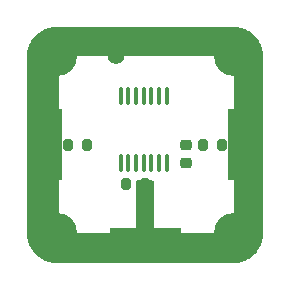
<source format=gbr>
%TF.GenerationSoftware,KiCad,Pcbnew,6.0.9+dfsg-1~bpo11+1*%
%TF.CreationDate,2022-11-28T09:51:56+01:00*%
%TF.ProjectId,017-johnson-counter,3031372d-6a6f-4686-9e73-6f6e2d636f75,1*%
%TF.SameCoordinates,Original*%
%TF.FileFunction,Soldermask,Top*%
%TF.FilePolarity,Negative*%
%FSLAX46Y46*%
G04 Gerber Fmt 4.6, Leading zero omitted, Abs format (unit mm)*
G04 Created by KiCad (PCBNEW 6.0.9+dfsg-1~bpo11+1) date 2022-11-28 09:51:56*
%MOMM*%
%LPD*%
G01*
G04 APERTURE LIST*
G04 Aperture macros list*
%AMRoundRect*
0 Rectangle with rounded corners*
0 $1 Rounding radius*
0 $2 $3 $4 $5 $6 $7 $8 $9 X,Y pos of 4 corners*
0 Add a 4 corners polygon primitive as box body*
4,1,4,$2,$3,$4,$5,$6,$7,$8,$9,$2,$3,0*
0 Add four circle primitives for the rounded corners*
1,1,$1+$1,$2,$3*
1,1,$1+$1,$4,$5*
1,1,$1+$1,$6,$7*
1,1,$1+$1,$8,$9*
0 Add four rect primitives between the rounded corners*
20,1,$1+$1,$2,$3,$4,$5,0*
20,1,$1+$1,$4,$5,$6,$7,0*
20,1,$1+$1,$6,$7,$8,$9,0*
20,1,$1+$1,$8,$9,$2,$3,0*%
G04 Aperture macros list end*
%ADD10C,1.400000*%
%ADD11RoundRect,0.200000X-0.200000X-0.275000X0.200000X-0.275000X0.200000X0.275000X-0.200000X0.275000X0*%
%ADD12RoundRect,0.225000X0.250000X-0.225000X0.250000X0.225000X-0.250000X0.225000X-0.250000X-0.225000X0*%
%ADD13RoundRect,0.100000X-0.100000X0.637500X-0.100000X-0.637500X0.100000X-0.637500X0.100000X0.637500X0*%
%ADD14C,3.400000*%
G04 APERTURE END LIST*
%TO.C,J3*%
G36*
X170000000Y-88000000D02*
G01*
X167000000Y-88000000D01*
X167000000Y-82000000D01*
X170000000Y-82000000D01*
X170000000Y-88000000D01*
G37*
%TO.C,J2*%
G36*
X153000000Y-88000000D02*
G01*
X150000000Y-88000000D01*
X150000000Y-82000000D01*
X153000000Y-82000000D01*
X153000000Y-88000000D01*
G37*
%TO.C,J1*%
G36*
X163000000Y-95000000D02*
G01*
X157000000Y-95000000D01*
X157000000Y-92000000D01*
X163000000Y-92000000D01*
X163000000Y-95000000D01*
G37*
%TD*%
D10*
%TO.C,J4*%
X157500000Y-77500000D03*
%TD*%
D11*
%TO.C,R3*%
X158356800Y-88341200D03*
X160006800Y-88341200D03*
%TD*%
%TO.C,R2*%
X164884600Y-84988400D03*
X166534600Y-84988400D03*
%TD*%
%TO.C,R1*%
X153454600Y-84988400D03*
X155104600Y-84988400D03*
%TD*%
D12*
%TO.C,C1*%
X163423600Y-86525400D03*
X163423600Y-84975400D03*
%TD*%
D13*
%TO.C,U1*%
X161817600Y-80830500D03*
X161167600Y-80830500D03*
X160517600Y-80830500D03*
X159867600Y-80830500D03*
X159217600Y-80830500D03*
X158567600Y-80830500D03*
X157917600Y-80830500D03*
X157917600Y-86555500D03*
X158567600Y-86555500D03*
X159217600Y-86555500D03*
X159867600Y-86555500D03*
X160517600Y-86555500D03*
X161167600Y-86555500D03*
X161817600Y-86555500D03*
%TD*%
D14*
%TO.C,H1*%
X152500000Y-77500000D03*
%TD*%
%TO.C,H2*%
X152500000Y-92500000D03*
%TD*%
%TO.C,H4*%
X167500000Y-77500000D03*
%TD*%
%TO.C,H3*%
X167500000Y-92500000D03*
%TD*%
G36*
X167504119Y-75000270D02*
G01*
X167818073Y-75020848D01*
X167834413Y-75022999D01*
X168138950Y-75083574D01*
X168154871Y-75087840D01*
X168448888Y-75187646D01*
X168464114Y-75193953D01*
X168742592Y-75331283D01*
X168756866Y-75339524D01*
X169015034Y-75512027D01*
X169028109Y-75522060D01*
X169261557Y-75726788D01*
X169273212Y-75738443D01*
X169477940Y-75971891D01*
X169487973Y-75984966D01*
X169660476Y-76243134D01*
X169668717Y-76257408D01*
X169806047Y-76535886D01*
X169812354Y-76551112D01*
X169912160Y-76845129D01*
X169916426Y-76861050D01*
X169977001Y-77165587D01*
X169979152Y-77181927D01*
X169999730Y-77495881D01*
X170000000Y-77504122D01*
X170000000Y-77628000D01*
X169979998Y-77696121D01*
X169926342Y-77742614D01*
X169874000Y-77754000D01*
X167626000Y-77754000D01*
X167557879Y-77733998D01*
X167511386Y-77680342D01*
X167500000Y-77628000D01*
X167500000Y-77518115D01*
X167495525Y-77502876D01*
X167494135Y-77501671D01*
X167486452Y-77500000D01*
X152691115Y-77500000D01*
X152675876Y-77504475D01*
X152674671Y-77505865D01*
X152673000Y-77513548D01*
X152673000Y-77628000D01*
X152652998Y-77696121D01*
X152599342Y-77742614D01*
X152547000Y-77754000D01*
X150126000Y-77754000D01*
X150057879Y-77733998D01*
X150011386Y-77680342D01*
X150000000Y-77628000D01*
X150000000Y-77504122D01*
X150000270Y-77495881D01*
X150020848Y-77181927D01*
X150022999Y-77165587D01*
X150083574Y-76861050D01*
X150087840Y-76845129D01*
X150187646Y-76551112D01*
X150193953Y-76535886D01*
X150331283Y-76257408D01*
X150339524Y-76243134D01*
X150512027Y-75984966D01*
X150522060Y-75971891D01*
X150726788Y-75738443D01*
X150738443Y-75726788D01*
X150971891Y-75522060D01*
X150984966Y-75512027D01*
X151243134Y-75339524D01*
X151257408Y-75331283D01*
X151535886Y-75193953D01*
X151551112Y-75187646D01*
X151845129Y-75087840D01*
X151861050Y-75083574D01*
X152165587Y-75022999D01*
X152181927Y-75020848D01*
X152495881Y-75000270D01*
X152504122Y-75000000D01*
X167495878Y-75000000D01*
X167504119Y-75000270D01*
G37*
G36*
X167504119Y-75000270D02*
G01*
X167818073Y-75020848D01*
X167834413Y-75022999D01*
X168138950Y-75083574D01*
X168154871Y-75087840D01*
X168448888Y-75187646D01*
X168464114Y-75193953D01*
X168742592Y-75331283D01*
X168756866Y-75339524D01*
X169015034Y-75512027D01*
X169028109Y-75522060D01*
X169261557Y-75726788D01*
X169273212Y-75738443D01*
X169477940Y-75971891D01*
X169487973Y-75984966D01*
X169660476Y-76243134D01*
X169668717Y-76257408D01*
X169806047Y-76535886D01*
X169812354Y-76551112D01*
X169912160Y-76845129D01*
X169916426Y-76861050D01*
X169977001Y-77165587D01*
X169979152Y-77181927D01*
X169999730Y-77495881D01*
X170000000Y-77504122D01*
X170000000Y-92495878D01*
X169999730Y-92504119D01*
X169979152Y-92818073D01*
X169977001Y-92834413D01*
X169916426Y-93138950D01*
X169912160Y-93154871D01*
X169812354Y-93448888D01*
X169806047Y-93464114D01*
X169668717Y-93742592D01*
X169660476Y-93756866D01*
X169487973Y-94015034D01*
X169477940Y-94028109D01*
X169273212Y-94261557D01*
X169261557Y-94273212D01*
X169028109Y-94477940D01*
X169015034Y-94487973D01*
X168756866Y-94660476D01*
X168742592Y-94668717D01*
X168464114Y-94806047D01*
X168448888Y-94812354D01*
X168154871Y-94912160D01*
X168138950Y-94916426D01*
X167834413Y-94977001D01*
X167818073Y-94979152D01*
X167504119Y-94999730D01*
X167495878Y-95000000D01*
X167372000Y-95000000D01*
X167303879Y-94979998D01*
X167257386Y-94926342D01*
X167246000Y-94874000D01*
X167246000Y-92626000D01*
X167266002Y-92557879D01*
X167319658Y-92511386D01*
X167372000Y-92500000D01*
X167481885Y-92500000D01*
X167497124Y-92495525D01*
X167498329Y-92494135D01*
X167500000Y-92486452D01*
X167500000Y-77518115D01*
X167495525Y-77502876D01*
X167494135Y-77501671D01*
X167486452Y-77500000D01*
X167372000Y-77500000D01*
X167303879Y-77479998D01*
X167257386Y-77426342D01*
X167246000Y-77374000D01*
X167246000Y-75126000D01*
X167266002Y-75057879D01*
X167319658Y-75011386D01*
X167372000Y-75000000D01*
X167495878Y-75000000D01*
X167504119Y-75000270D01*
G37*
G36*
X152869121Y-75020002D02*
G01*
X152915614Y-75073658D01*
X152927000Y-75126000D01*
X152927000Y-77374000D01*
X152906998Y-77442121D01*
X152853342Y-77488614D01*
X152801000Y-77500000D01*
X152691115Y-77500000D01*
X152675876Y-77504475D01*
X152674671Y-77505865D01*
X152673000Y-77513548D01*
X152673000Y-92481885D01*
X152677475Y-92497124D01*
X152678865Y-92498329D01*
X152686548Y-92500000D01*
X152801000Y-92500000D01*
X152869121Y-92520002D01*
X152915614Y-92573658D01*
X152927000Y-92626000D01*
X152927000Y-94874000D01*
X152906998Y-94942121D01*
X152853342Y-94988614D01*
X152801000Y-95000000D01*
X152504122Y-95000000D01*
X152495881Y-94999730D01*
X152181927Y-94979152D01*
X152165587Y-94977001D01*
X151861050Y-94916426D01*
X151845129Y-94912160D01*
X151551112Y-94812354D01*
X151535886Y-94806047D01*
X151257408Y-94668717D01*
X151243134Y-94660476D01*
X150984966Y-94487973D01*
X150971891Y-94477940D01*
X150738443Y-94273212D01*
X150726788Y-94261557D01*
X150522060Y-94028109D01*
X150512027Y-94015034D01*
X150339524Y-93756866D01*
X150331283Y-93742592D01*
X150193953Y-93464114D01*
X150187646Y-93448888D01*
X150087840Y-93154871D01*
X150083574Y-93138950D01*
X150022999Y-92834413D01*
X150020848Y-92818073D01*
X150000270Y-92504119D01*
X150000000Y-92495878D01*
X150000000Y-77504122D01*
X150000270Y-77495881D01*
X150020848Y-77181927D01*
X150022999Y-77165587D01*
X150083574Y-76861050D01*
X150087840Y-76845129D01*
X150187646Y-76551112D01*
X150193953Y-76535886D01*
X150331283Y-76257408D01*
X150339524Y-76243134D01*
X150512027Y-75984966D01*
X150522060Y-75971891D01*
X150726788Y-75738443D01*
X150738443Y-75726788D01*
X150971891Y-75522060D01*
X150984966Y-75512027D01*
X151243134Y-75339524D01*
X151257408Y-75331283D01*
X151535886Y-75193953D01*
X151551112Y-75187646D01*
X151845129Y-75087840D01*
X151861050Y-75083574D01*
X152165587Y-75022999D01*
X152181927Y-75020848D01*
X152495881Y-75000270D01*
X152504122Y-75000000D01*
X152801000Y-75000000D01*
X152869121Y-75020002D01*
G37*
G36*
X152615121Y-92266002D02*
G01*
X152661614Y-92319658D01*
X152673000Y-92372000D01*
X152673000Y-92481885D01*
X152677475Y-92497124D01*
X152678865Y-92498329D01*
X152686548Y-92500000D01*
X167481885Y-92500000D01*
X167497124Y-92495525D01*
X167498329Y-92494135D01*
X167500000Y-92486452D01*
X167500000Y-92372000D01*
X167520002Y-92303879D01*
X167573658Y-92257386D01*
X167626000Y-92246000D01*
X169874000Y-92246000D01*
X169942121Y-92266002D01*
X169988614Y-92319658D01*
X170000000Y-92372000D01*
X170000000Y-92495878D01*
X169999730Y-92504119D01*
X169979152Y-92818073D01*
X169977001Y-92834413D01*
X169916426Y-93138950D01*
X169912160Y-93154871D01*
X169812354Y-93448888D01*
X169806047Y-93464114D01*
X169668717Y-93742592D01*
X169660476Y-93756866D01*
X169487973Y-94015034D01*
X169477940Y-94028109D01*
X169273212Y-94261557D01*
X169261557Y-94273212D01*
X169028109Y-94477940D01*
X169015034Y-94487973D01*
X168756866Y-94660476D01*
X168742592Y-94668717D01*
X168464114Y-94806047D01*
X168448888Y-94812354D01*
X168154871Y-94912160D01*
X168138950Y-94916426D01*
X167834413Y-94977001D01*
X167818073Y-94979152D01*
X167504119Y-94999730D01*
X167495878Y-95000000D01*
X152504122Y-95000000D01*
X152495881Y-94999730D01*
X152181927Y-94979152D01*
X152165587Y-94977001D01*
X151861050Y-94916426D01*
X151845129Y-94912160D01*
X151551112Y-94812354D01*
X151535886Y-94806047D01*
X151257408Y-94668717D01*
X151243134Y-94660476D01*
X150984966Y-94487973D01*
X150971891Y-94477940D01*
X150738443Y-94273212D01*
X150726788Y-94261557D01*
X150522060Y-94028109D01*
X150512027Y-94015034D01*
X150339524Y-93756866D01*
X150331283Y-93742592D01*
X150193953Y-93464114D01*
X150187646Y-93448888D01*
X150087840Y-93154871D01*
X150083574Y-93138950D01*
X150022999Y-92834413D01*
X150020848Y-92818073D01*
X150000270Y-92504119D01*
X150000000Y-92495878D01*
X150000000Y-92372000D01*
X150020002Y-92303879D01*
X150073658Y-92257386D01*
X150126000Y-92246000D01*
X152547000Y-92246000D01*
X152615121Y-92266002D01*
G37*
G36*
X160692121Y-88020002D02*
G01*
X160738614Y-88073658D01*
X160750000Y-88126000D01*
X160750000Y-92124000D01*
X160729998Y-92192121D01*
X160676342Y-92238614D01*
X160624000Y-92250000D01*
X159376000Y-92250000D01*
X159307879Y-92229998D01*
X159261386Y-92176342D01*
X159250000Y-92124000D01*
X159250000Y-88126000D01*
X159270002Y-88057879D01*
X159323658Y-88011386D01*
X159376000Y-88000000D01*
X160624000Y-88000000D01*
X160692121Y-88020002D01*
G37*
M02*

</source>
